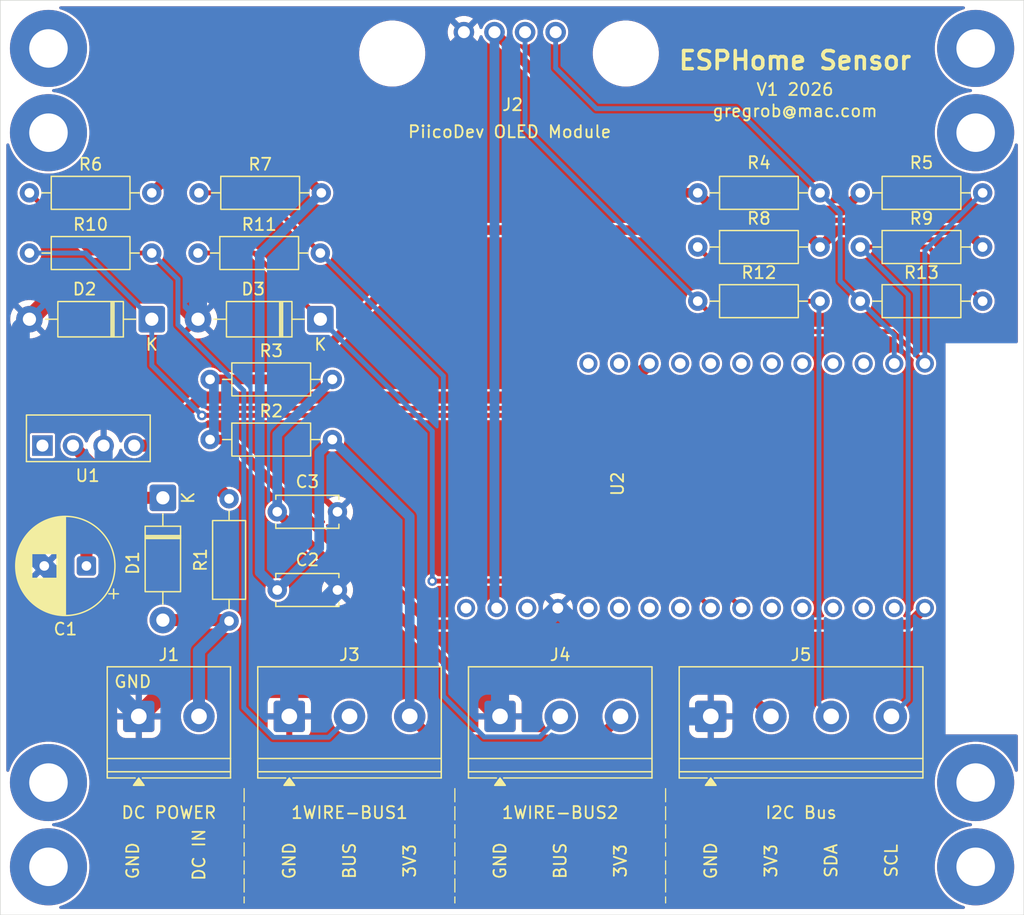
<source format=kicad_pcb>
(kicad_pcb (version 20241229) (generator "pcbnew") (generator_version "9.0")
  (layers (0 "F.Cu" signal) (2 "B.Cu" signal) (13 "F.Paste" user) (15 "B.Paste" user) (5 "F.SilkS" user "F.Silkscreen") (7 "B.SilkS" user "B.Silkscreen") (1 "F.Mask" user) (3 "B.Mask" user) (25 "Edge.Cuts" user))
  (net 0 "")
  (net 1 "/+BATT_PROT")
  (net 2 "GND")
  (net 3 "/+BATT")
  (net 4 "/SCL")
  (net 5 "+3V3")
  (net 6 "/SDA")
  (net 7 "+5V")
  (net 16 "/SDA_PROT")
  (net 25 "/3V3_PROT_1WIRE")
  (net 31 "/1WIRE_BUS1_PROT")
  (net 32 "/1WIRE_BUS2_PROT")
  (net 33 "/1WIRE_BUS1")
  (net 34 "/1WIRE_BUS2")
  (net 35 "/SCL_PROT")
  (net 36 "/3V3_PROT_I2C")
  (net 37 "/3V3_2")
  (footprint "MountingHole:MountingHole_3.2mm_M3_Pad" (layer "F.Cu") (at 127 50 -90)
    (property "Reference" "H2" (hide yes))
    (property "Value" "MountingHole_3.2mm_M3_Pad" (hide yes))
    (pad "1" thru_hole circle (at 0 0 270) (size 6.4 6.4) (drill 3.2) (layers "*.Cu" "*.Mask"))
  )
  (footprint "Resistor_THT:R_Axial_DIN0207_L6.3mm_D2.5mm_P10.16mm_Horizontal" (layer "F.Cu") (at 62.42 67)
    (property "Reference" "R11" (at 5.08 -2.37 0) (layer "F.SilkS"))
    (property "Value" "330R")
    (pad "1" thru_hole circle (at 0 0) (size 1.6 1.6) (drill 0.8) (layers "*.Cu" "*.Mask") (net 34 "/1WIRE_BUS2"))
    (pad "2" thru_hole circle (at 10.16 0) (size 1.6 1.6) (drill 0.8) (layers "*.Cu" "*.Mask") (net 32 "/1WIRE_BUS2_PROT"))
  )
  (footprint "Resistor_THT:R_Axial_DIN0207_L6.3mm_D2.5mm_P10.16mm_Horizontal" (layer "F.Cu") (at 48.42 62)
    (property "Reference" "R6" (at 5.08 -2.37 0) (layer "F.SilkS"))
    (property "Value" "4.7K")
    (pad "1" thru_hole circle (at 0 0) (size 1.6 1.6) (drill 0.8) (layers "*.Cu" "*.Mask") (net 31 "/1WIRE_BUS1_PROT"))
    (pad "2" thru_hole circle (at 10.16 0) (size 1.6 1.6) (drill 0.8) (layers "*.Cu" "*.Mask") (net 25 "/3V3_PROT_1WIRE"))
  )
  (footprint "Capacitor_THT:CP_Radial_D8.0mm_P3.50mm" (layer "F.Cu") (at 53.1527 93 180)
    (property "Reference" "C1" (at 1.75 -5.25 0) (layer "F.SilkS"))
    (property "Value" "C_Polarized")
    (pad "1" thru_hole roundrect (at 0 0 180) (size 1.6 1.6) (drill 0.8) (layers "*.Cu" "*.Mask") (roundrect_rratio 0.15625) (net 1 "/+BATT_PROT"))
    (pad "2" thru_hole circle (at 3.5 0 180) (size 1.6 1.6) (drill 0.8) (layers "*.Cu" "*.Mask") (net 2 "GND"))
  )
  (footprint "Capacitor_THT:C_Disc_D5.0mm_W2.5mm_P5.00mm" (layer "F.Cu") (at 69 88.5)
    (property "Reference" "C3" (at 2.5 -2.5 0) (layer "F.SilkS"))
    (property "Value" "100nF 50V")
    (pad "1" thru_hole circle (at 0 0) (size 1.6 1.6) (drill 0.8) (layers "*.Cu" "*.Mask") (net 36 "/3V3_PROT_I2C"))
    (pad "2" thru_hole circle (at 5 0) (size 1.6 1.6) (drill 0.8) (layers "*.Cu" "*.Mask") (net 2 "GND"))
  )
  (footprint "Resistor_THT:R_Axial_DIN0207_L6.3mm_D2.5mm_P10.16mm_Horizontal" (layer "F.Cu") (at 117.42 66.5)
    (property "Reference" "R9" (at 5.08 -2.37 0) (layer "F.SilkS"))
    (property "Value" "4.7K")
    (pad "1" thru_hole circle (at 0 0) (size 1.6 1.6) (drill 0.8) (layers "*.Cu" "*.Mask") (net 35 "/SCL_PROT"))
    (pad "2" thru_hole circle (at 10.16 0) (size 1.6 1.6) (drill 0.8) (layers "*.Cu" "*.Mask") (net 37 "/3V3_2"))
  )
  (footprint "MountingHole:MountingHole_3.2mm_M3_Pad" (layer "F.Cu") (at 50 118 -90)
    (property "Reference" "H3" (hide yes))
    (property "Value" "MountingHole_3.2mm_M3_Pad" (hide yes))
    (pad "1" thru_hole circle (at 0 0 270) (size 6.4 6.4) (drill 3.2) (layers "*.Cu" "*.Mask"))
  )
  (footprint "D24V5F5:D24V5F5" (layer "F.Cu") (at 49.5 83 90)
    (property "Reference" "U1" (at -2.5 3.75 180) (layer "F.SilkS"))
    (property "Value" "D24V5F5")
    (pad "1" thru_hole rect (at 0 0 90) (size 1.7 1.7) (drill 1) (layers "*.Cu" "*.Mask"))
    (pad "2" thru_hole oval (at 0 2.54 90) (size 1.7 1.7) (drill 1) (layers "*.Cu" "*.Mask") (net 1 "/+BATT_PROT"))
    (pad "3" thru_hole oval (at 0 5.08 90) (size 1.7 1.7) (drill 1) (layers "*.Cu" "*.Mask") (net 2 "GND"))
    (pad "4" thru_hole oval (at 0 7.62 90) (size 1.7 1.7) (drill 1) (layers "*.Cu" "*.Mask") (net 7 "+5V"))
  )
  (footprint "Resistor_THT:R_Axial_DIN0207_L6.3mm_D2.5mm_P10.16mm_Horizontal" (layer "F.Cu") (at 63.42 82.5)
    (property "Reference" "R2" (at 5.08 -2.37 0) (layer "F.SilkS"))
    (property "Value" "22R")
    (pad "1" thru_hole circle (at 0 0) (size 1.6 1.6) (drill 0.8) (layers "*.Cu" "*.Mask") (net 37 "/3V3_2"))
    (pad "2" thru_hole circle (at 10.16 0) (size 1.6 1.6) (drill 0.8) (layers "*.Cu" "*.Mask") (net 25 "/3V3_PROT_1WIRE"))
  )
  (footprint "Capacitor_THT:C_Disc_D5.0mm_W2.5mm_P5.00mm" (layer "F.Cu") (at 69 95)
    (property "Reference" "C2" (at 2.5 -2.5 0) (layer "F.SilkS"))
    (property "Value" "100nF 50V")
    (pad "1" thru_hole circle (at 0 0) (size 1.6 1.6) (drill 0.8) (layers "*.Cu" "*.Mask") (net 25 "/3V3_PROT_1WIRE"))
    (pad "2" thru_hole circle (at 5 0) (size 1.6 1.6) (drill 0.8) (layers "*.Cu" "*.Mask") (net 2 "GND"))
  )
  (footprint "MountingHole:MountingHole_3.2mm_M3_Pad" (layer "F.Cu") (at 127 118 -90)
    (property "Reference" "H4" (hide yes))
    (property "Value" "MountingHole_3.2mm_M3_Pad" (hide yes))
    (pad "1" thru_hole circle (at 0 0 270) (size 6.4 6.4) (drill 3.2) (layers "*.Cu" "*.Mask"))
  )
  (footprint "Resistor_THT:R_Axial_DIN0207_L6.3mm_D2.5mm_P10.16mm_Horizontal" (layer "F.Cu") (at 117.42 71)
    (property "Reference" "R13" (at 5.08 -2.37 0) (layer "F.SilkS"))
    (property "Value" "330R")
    (pad "1" thru_hole circle (at 0 0) (size 1.6 1.6) (drill 0.8) (layers "*.Cu" "*.Mask") (net 4 "/SCL"))
    (pad "2" thru_hole circle (at 10.16 0) (size 1.6 1.6) (drill 0.8) (layers "*.Cu" "*.Mask") (net 35 "/SCL_PROT"))
  )
  (footprint "Resistor_THT:R_Axial_DIN0207_L6.3mm_D2.5mm_P10.16mm_Horizontal" (layer "F.Cu") (at 65 97.58 90)
    (property "Reference" "R1" (at 5.08 -2.37 90) (layer "F.SilkS"))
    (property "Value" "0R*")
    (pad "1" thru_hole circle (at 0 0 90) (size 1.6 1.6) (drill 0.8) (layers "*.Cu" "*.Mask") (net 3 "/+BATT"))
    (pad "2" thru_hole circle (at 10.16 0 90) (size 1.6 1.6) (drill 0.8) (layers "*.Cu" "*.Mask") (net 7 "+5V"))
  )
  (footprint "MountingHole:MountingHole_3.2mm_M3_Pad" (layer "F.Cu") (at 50 50 -90)
    (property "Reference" "H1" (hide yes))
    (property "Value" "MountingHole_3.2mm_M3_Pad" (hide yes))
    (pad "1" thru_hole circle (at 0 0 270) (size 6.4 6.4) (drill 3.2) (layers "*.Cu" "*.Mask"))
  )
  (footprint "Resistor_THT:R_Axial_DIN0207_L6.3mm_D2.5mm_P10.16mm_Horizontal" (layer "F.Cu") (at 103.92 66.5)
    (property "Reference" "R8" (at 5.08 -2.37 0) (layer "F.SilkS"))
    (property "Value" "4.7K")
    (pad "1" thru_hole circle (at 0 0) (size 1.6 1.6) (drill 0.8) (layers "*.Cu" "*.Mask") (net 16 "/SDA_PROT"))
    (pad "2" thru_hole circle (at 10.16 0) (size 1.6 1.6) (drill 0.8) (layers "*.Cu" "*.Mask") (net 37 "/3V3_2"))
  )
  (footprint "Resistor_THT:R_Axial_DIN0207_L6.3mm_D2.5mm_P10.16mm_Horizontal" (layer "F.Cu") (at 127.58 62 180)
    (property "Reference" "R5" (at 5.08 2.5 0) (layer "F.SilkS"))
    (property "Value" "4.7K*")
    (pad "1" thru_hole circle (at 0 0 180) (size 1.6 1.6) (drill 0.8) (layers "*.Cu" "*.Mask") (net 6 "/SDA"))
    (pad "2" thru_hole circle (at 10.16 0 180) (size 1.6 1.6) (drill 0.8) (layers "*.Cu" "*.Mask") (net 5 "+3V3"))
  )
  (footprint "TerminalBlock_Phoenix:TerminalBlock_Phoenix_PT-1,5-4-5.0-H_1x04_P5.00mm_Horizontal" (layer "F.Cu") (at 105 105.5)
    (property "Reference" "J5" (at 7.5 -5.12 0) (layer "F.SilkS"))
    (property "Value" "I2C")
    (pad "1" thru_hole roundrect (at 0 0) (size 2.6 2.6) (drill 1.3) (layers "*.Cu" "*.Mask") (roundrect_rratio 0.096154) (net 2 "GND"))
    (pad "2" thru_hole circle (at 5 0) (size 2.6 2.6) (drill 1.3) (layers "*.Cu" "*.Mask") (net 36 "/3V3_PROT_I2C"))
    (pad "3" thru_hole circle (at 10 0) (size 2.6 2.6) (drill 1.3) (layers "*.Cu" "*.Mask") (net 16 "/SDA_PROT"))
    (pad "4" thru_hole circle (at 15 0) (size 2.6 2.6) (drill 1.3) (layers "*.Cu" "*.Mask") (net 35 "/SCL_PROT"))
  )
  (footprint "MountingHole:MountingHole_3.2mm_M3_Pad" (layer "F.Cu") (at 50 57 -90)
    (property "Reference" "H5" (hide yes))
    (property "Value" "MountingHole_3.2mm_M3_Pad" (hide yes))
    (pad "1" thru_hole circle (at 0 0 270) (size 6.4 6.4) (drill 3.2) (layers "*.Cu" "*.Mask"))
  )
  (footprint "Resistor_THT:R_Axial_DIN0207_L6.3mm_D2.5mm_P10.16mm_Horizontal" (layer "F.Cu") (at 63.42 77.5)
    (property "Reference" "R3" (at 5.08 -2.37 0) (layer "F.SilkS"))
    (property "Value" "0R")
    (pad "1" thru_hole circle (at 0 0) (size 1.6 1.6) (drill 0.8) (layers "*.Cu" "*.Mask") (net 37 "/3V3_2"))
    (pad "2" thru_hole circle (at 10.16 0) (size 1.6 1.6) (drill 0.8) (layers "*.Cu" "*.Mask") (net 36 "/3V3_PROT_I2C"))
  )
  (footprint "Resistor_THT:R_Axial_DIN0207_L6.3mm_D2.5mm_P10.16mm_Horizontal" (layer "F.Cu") (at 62.5 62)
    (property "Reference" "R7" (at 5.08 -2.37 0) (layer "F.SilkS"))
    (property "Value" "4.7K")
    (pad "1" thru_hole circle (at 0 0) (size 1.6 1.6) (drill 0.8) (layers "*.Cu" "*.Mask") (net 32 "/1WIRE_BUS2_PROT"))
    (pad "2" thru_hole circle (at 10.16 0) (size 1.6 1.6) (drill 0.8) (layers "*.Cu" "*.Mask") (net 25 "/3V3_PROT_1WIRE"))
  )
  (footprint "Diode_THT:D_DO-41_SOD81_P10.16mm_Horizontal" (layer "F.Cu") (at 59.5 87.34 -90)
    (property "Reference" "D1" (at 5.41 2.5 90) (layer "F.SilkS"))
    (property "Value" "1N4007")
    (fp_text user "K" (at 0 -2.1 90) (layer "F.SilkS"))
    (pad "1" thru_hole roundrect (at 0 0 270) (size 2.2 2.2) (drill 1.1) (layers "*.Cu" "*.Mask") (roundrect_rratio 0.113636) (net 1 "/+BATT_PROT"))
    (pad "2" thru_hole circle (at 10.16 0 270) (size 2.2 2.2) (drill 1.1) (layers "*.Cu" "*.Mask") (net 3 "/+BATT"))
  )
  (footprint "PiicoDev_OLED_Module:PiicoDev_OLED_Module" (layer "F.Cu") (at 78.547 50.424)
    (property "Reference" "J2" (at 10 4.25 0) (layer "F.SilkS"))
    (property "Value" "OLED")
    (fp_text user "PiicoDev OLED Module" (at 9.75 6.5 0) (layer "F.SilkS"))
    (pad "" np_thru_hole circle (at 0 0) (size 2.5 2.5) (drill 2.5) (layers "*.Cu" "*.Mask") (clearance 1.5))
    (pad "" np_thru_hole circle (at 19.4 0 270) (size 2.5 2.5) (drill 2.5) (layers "*.Cu" "*.Mask") (clearance 1.5))
    (pad "1" thru_hole circle (at 5.953 -1.778 270) (size 1.7 1.7) (drill 1) (layers "*.Cu" "*.Mask") (net 2 "GND"))
    (pad "2" thru_hole oval (at 8.493 -1.778 270) (size 1.7 1.7) (drill 1) (layers "*.Cu" "*.Mask") (net 5 "+3V3"))
    (pad "3" thru_hole oval (at 11.033 -1.778 270) (size 1.7 1.7) (drill 1) (layers "*.Cu" "*.Mask") (net 6 "/SDA"))
    (pad "4" thru_hole oval (at 13.573 -1.778 270) (size 1.7 1.7) (drill 1) (layers "*.Cu" "*.Mask") (net 4 "/SCL"))
  )
  (footprint "MountingHole:MountingHole_3.2mm_M3_Pad" (layer "F.Cu") (at 50 111 -90)
    (property "Reference" "H7" (hide yes))
    (property "Value" "MountingHole_3.2mm_M3_Pad" (hide yes))
    (pad "1" thru_hole circle (at 0 0 270) (size 6.4 6.4) (drill 3.2) (layers "*.Cu" "*.Mask"))
  )
  (footprint "FeatherS3D:FeatherS3D" (layer "F.Cu") (at 102.66 86.18 90)
    (property "Reference" "U2" (at 0 -5.4 90) (layer "F.SilkS"))
    (property "Value" "FeatherS3D")
    (pad "1" thru_hole circle (at 10 -7.82 90) (size 1.5 1.5) (drill 0.9) (layers "*.Cu" "*.Mask"))
    (pad "2" thru_hole circle (at 10 -5.28 90) (size 1.5 1.5) (drill 0.9) (layers "*.Cu" "*.Mask"))
    (pad "3" thru_hole circle (at 10 -2.74 90) (size 1.5 1.5) (drill 0.9) (layers "*.Cu" "*.Mask") (net 7 "+5V"))
    (pad "4" thru_hole circle (at 10 -0.2 90) (size 1.5 1.5) (drill 0.9) (layers "*.Cu" "*.Mask"))
    (pad "5" thru_hole circle (at 10 2.34 90) (size 1.5 1.5) (drill 0.9) (layers "*.Cu" "*.Mask"))
    (pad "6" thru_hole circle (at 10 4.88 90) (size 1.5 1.5) (drill 0.9) (layers "*.Cu" "*.Mask"))
    (pad "7" thru_hole circle (at 10 7.42 90) (size 1.5 1.5) (drill 0.9) (layers "*.Cu" "*.Mask"))
    (pad "8" thru_hole circle (at 10 9.96 90) (size 1.5 1.5) (drill 0.9) (layers "*.Cu" "*.Mask"))
    (pad "9" thru_hole circle (at 10 12.5 90) (size 1.5 1.5) (drill 0.9) (layers "*.Cu" "*.Mask"))
    (pad "10" thru_hole circle (at 10 15.04 90) (size 1.5 1.5) (drill 0.9) (layers "*.Cu" "*.Mask"))
    (pad "11" thru_hole circle (at 10 17.58 90) (size 1.5 1.5) (drill 0.9) (layers "*.Cu" "*.Mask") (net 4 "/SCL"))
    (pad "12" thru_hole circle (at 10 20.12 90) (size 1.5 1.5) (drill 0.9) (layers "*.Cu" "*.Mask") (net 6 "/SDA"))
    (pad "13" thru_hole circle (at -10.32 20.12 270) (size 1.5 1.5) (drill 0.9) (layers "*.Cu" "*.Mask") (net 37 "/3V3_2"))
    (pad "14" thru_hole circle (at -10.32 17.58 270) (size 1.5 1.5) (drill 0.9) (layers "*.Cu" "*.Mask"))
    (pad "15" thru_hole circle (at -10.32 15.04 270) (size 1.5 1.5) (drill 0.9) (layers "*.Cu" "*.Mask"))
    (pad "16" thru_hole circle (at -10.32 12.5 270) (size 1.5 1.5) (drill 0.9) (layers "*.Cu" "*.Mask"))
    (pad "17" thru_hole circle (at -10.32 9.96 270) (size 1.5 1.5) (drill 0.9) (layers "*.Cu" "*.Mask"))
    (pad "18" thru_hole circle (at -10.32 7.42 270) (size 1.5 1.5) (drill 0.9) (layers "*.Cu" "*.Mask"))
    (pad "19" thru_hole circle (at -10.32 4.88 270) (size 1.5 1.5) (drill 0.9) (layers "*.Cu" "*.Mask") (net 33 "/1WIRE_BUS1"))
    (pad "20" thru_hole circle (at -10.32 2.34 270) (size 1.5 1.5) (drill 0.9) (layers "*.Cu" "*.Mask") (net 34 "/1WIRE_BUS2"))
    (pad "21" thru_hole circle (at -10.32 -0.2 270) (size 1.5 1.5) (drill 0.9) (layers "*.Cu" "*.Mask"))
    (pad "22" thru_hole circle (at -10.32 -2.74 270) (size 1.5 1.5) (drill 0.9) (layers "*.Cu" "*.Mask"))
    (pad "23" thru_hole circle (at -10.32 -5.28 270) (size 1.5 1.5) (drill 0.9) (layers "*.Cu" "*.Mask"))
    (pad "24" thru_hole circle (at -10.32 -7.82 270) (size 1.5 1.5) (drill 0.9) (layers "*.Cu" "*.Mask"))
    (pad "25" thru_hole circle (at -10.32 -10.36 270) (size 1.5 1.5) (drill 0.9) (layers "*.Cu" "*.Mask") (net 2 "GND"))
    (pad "26" thru_hole circle (at -10.32 -12.9 270) (size 1.5 1.5) (drill 0.9) (layers "*.Cu" "*.Mask"))
    (pad "27" thru_hole circle (at -10.32 -15.44 270) (size 1.5 1.5) (drill 0.9) (layers "*.Cu" "*.Mask") (net 5 "+3V3"))
    (pad "28" thru_hole circle (at -10.32 -17.98 270) (size 1.5 1.5) (drill 0.9) (layers "*.Cu" "*.Mask"))
  )
  (footprint "MountingHole:MountingHole_3.2mm_M3_Pad" (layer "F.Cu") (at 127 57 -90)
    (property "Reference" "H6" (hide yes))
    (property "Value" "MountingHole_3.2mm_M3_Pad" (hide yes))
    (pad "1" thru_hole circle (at 0 0 270) (size 6.4 6.4) (drill 3.2) (layers "*.Cu" "*.Mask"))
  )
  (footprint "Resistor_THT:R_Axial_DIN0207_L6.3mm_D2.5mm_P10.16mm_Horizontal" (layer "F.Cu") (at 103.92 71)
    (property "Reference" "R12" (at 5.08 -2.37 0) (layer "F.SilkS"))
    (property "Value" "330R")
    (pad "1" thru_hole circle (at 0 0) (size 1.6 1.6) (drill 0.8) (layers "*.Cu" "*.Mask") (net 6 "/SDA"))
    (pad "2" thru_hole circle (at 10.16 0) (size 1.6 1.6) (drill 0.8) (layers "*.Cu" "*.Mask") (net 16 "/SDA_PROT"))
  )
  (footprint "Resistor_THT:R_Axial_DIN0207_L6.3mm_D2.5mm_P10.16mm_Horizontal" (layer "F.Cu") (at 48.42 67)
    (property "Reference" "R10" (at 5.08 -2.37 0) (layer "F.SilkS"))
    (property "Value" "330R")
    (pad "1" thru_hole circle (at 0 0) (size 1.6 1.6) (drill 0.8) (layers "*.Cu" "*.Mask") (net 33 "/1WIRE_BUS1"))
    (pad "2" thru_hole circle (at 10.16 0) (size 1.6 1.6) (drill 0.8) (layers "*.Cu" "*.Mask") (net 31 "/1WIRE_BUS1_PROT"))
  )
  (footprint "TerminalBlock_Phoenix:TerminalBlock_Phoenix_PT-1,5-3-5.0-H_1x03_P5.00mm_Horizontal" (layer "F.Cu") (at 70 105.5)
    (property "Reference" "J3" (at 5 -5.12 0) (layer "F.SilkS"))
    (property "Value" "1WIRE-BUS1")
    (pad "1" thru_hole roundrect (at 0 0) (size 2.6 2.6) (drill 1.3) (layers "*.Cu" "*.Mask") (roundrect_rratio 0.096154) (net 2 "GND"))
    (pad "2" thru_hole circle (at 5 0) (size 2.6 2.6) (drill 1.3) (layers "*.Cu" "*.Mask") (net 31 "/1WIRE_BUS1_PROT"))
    (pad "3" thru_hole circle (at 10 0) (size 2.6 2.6) (drill 1.3) (layers "*.Cu" "*.Mask") (net 25 "/3V3_PROT_1WIRE"))
  )
  (footprint "TerminalBlock_Phoenix:TerminalBlock_Phoenix_PT-1,5-3-5.0-H_1x03_P5.00mm_Horizontal" (layer "F.Cu") (at 87.5 105.5)
    (property "Reference" "J4" (at 5 -5.12 0) (layer "F.SilkS"))
    (property "Value" "1WIRE-BUS2")
    (pad "1" thru_hole roundrect (at 0 0) (size 2.6 2.6) (drill 1.3) (layers "*.Cu" "*.Mask") (roundrect_rratio 0.096154) (net 2 "GND"))
    (pad "2" thru_hole circle (at 5 0) (size 2.6 2.6) (drill 1.3) (layers "*.Cu" "*.Mask") (net 32 "/1WIRE_BUS2_PROT"))
    (pad "3" thru_hole circle (at 10 0) (size 2.6 2.6) (drill 1.3) (layers "*.Cu" "*.Mask") (net 25 "/3V3_PROT_1WIRE"))
  )
  (footprint "Diode_THT:D_DO-41_SOD81_P10.16mm_Horizontal" (layer "F.Cu") (at 72.58 72.5 180)
    (property "Reference" "D3" (at 5.58 2.5 0) (layer "F.SilkS"))
    (property "Value" "1N4729A*")
    (fp_text user "K" (at 0 -2.1 0) (layer "F.SilkS"))
    (pad "1" thru_hole roundrect (at 0 0 180) (size 2.2 2.2) (drill 1.1) (layers "*.Cu" "*.Mask") (roundrect_rratio 0.113636) (net 34 "/1WIRE_BUS2"))
    (pad "2" thru_hole circle (at 10.16 0 180) (size 2.2 2.2) (drill 1.1) (layers "*.Cu" "*.Mask") (net 2 "GND"))
  )
  (footprint "MountingHole:MountingHole_3.2mm_M3_Pad" (layer "F.Cu") (at 127 111 -90)
    (property "Reference" "H8" (hide yes))
    (property "Value" "MountingHole_3.2mm_M3_Pad" (hide yes))
    (pad "1" thru_hole circle (at 0 0 270) (size 6.4 6.4) (drill 3.2) (layers "*.Cu" "*.Mask"))
  )
  (footprint "Resistor_THT:R_Axial_DIN0207_L6.3mm_D2.5mm_P10.16mm_Horizontal" (layer "F.Cu") (at 114.08 62 180)
    (property "Reference" "R4" (at 5.08 2.5 0) (layer "F.SilkS"))
    (property "Value" "4.7K*")
    (pad "1" thru_hole circle (at 0 0 180) (size 1.6 1.6) (drill 0.8) (layers "*.Cu" "*.Mask") (net 4 "/SCL"))
    (pad "2" thru_hole circle (at 10.16 0 180) (size 1.6 1.6) (drill 0.8) (layers "*.Cu" "*.Mask") (net 5 "+3V3"))
  )
  (footprint "Diode_THT:D_DO-41_SOD81_P10.16mm_Horizontal" (layer "F.Cu") (at 58.58 72.5 180)
    (property "Reference" "D2" (at 5.58 2.5 0) (layer "F.SilkS"))
    (property "Value" "1N4729A*")
    (fp_text user "K" (at 0 -2.1 0) (layer "F.SilkS"))
    (pad "1" thru_hole roundrect (at 0 0 180) (size 2.2 2.2) (drill 1.1) (layers "*.Cu" "*.Mask") (roundrect_rratio 0.113636) (net 33 "/1WIRE_BUS1"))
    (pad "2" thru_hole circle (at 10.16 0 180) (size 2.2 2.2) (drill 1.1) (layers "*.Cu" "*.Mask") (net 2 "GND"))
  )
  (footprint "TerminalBlock_Phoenix:TerminalBlock_Phoenix_PT-1,5-2-5.0-H_1x02_P5.00mm_Horizontal" (layer "F.Cu") (at 57.5 105.5)
    (property "Reference" "J1" (at 2.5 -5.12 0) (layer "F.SilkS"))
    (property "Value" "DC POWER IN")
    (pad "1" thru_hole roundrect (at 0 0) (size 2.6 2.6) (drill 1.3) (layers "*.Cu" "*.Mask") (roundrect_rratio 0.096154) (net 2 "GND"))
    (pad "2" thru_hole circle (at 5 0) (size 2.6 2.6) (drill 1.3) (layers "*.Cu" "*.Mask") (net 3 "/+BATT"))
  )
  (gr_line (start 83.75 111.5) (end 83.75 121) (stroke (width 0.1) (type dash)) (layer "F.SilkS"))
  (gr_line (start 101.25 111.5) (end 101.25 121) (stroke (width 0.1) (type dash)) (layer "F.SilkS"))
  (gr_line (start 66.25 111.5) (end 66.25 121) (stroke (width 0.1) (type dash)) (layer "F.SilkS"))
  (gr_line (start 46 122) (end 131 122) (stroke (width 0.05)) (layer "Edge.Cuts"))
  (gr_line (start 46 46) (end 46 122) (stroke (width 0.05)) (layer "Edge.Cuts"))
  (gr_line (start 131 46) (end 131 122) (stroke (width 0.05)) (layer "Edge.Cuts"))
  (gr_line (start 46 46) (end 131 46) (stroke (width 0.05)) (layer "Edge.Cuts"))
  (gr_text "DC POWER" (at 60 113.5 0) (layer "F.SilkS") (effects (font (size 1 1))))
  (gr_text "3V3" (at 110 117.5 90) (layer "F.SilkS") (effects (font (size 1 1))))
  (gr_text "GND" (at 57 117.5 90) (layer "F.SilkS") (effects (font (size 1 1))))
  (gr_text "SDA" (at 115 117.5 90) (layer "F.SilkS") (effects (font (size 1 1))))
  (gr_text "1WIRE-BUS2" (at 92.5 113.5 0) (layer "F.SilkS") (effects (font (size 1 1))))
  (gr_text "DC IN" (at 62.5 117 90) (layer "F.SilkS") (effects (font (size 1 1))))
  (gr_text "3V3" (at 80 117.5 90) (layer "F.SilkS") (effects (font (size 1 1))))
  (gr_text "SCL" (at 120 117.5 90) (layer "F.SilkS") (effects (font (size 1 1))))
  (gr_text "gregrob@mac.com" (at 112 55.191 0) (layer "F.SilkS") (effects (font (size 1 1))))
  (gr_text "GND" (at 57 102.62 0) (layer "F.SilkS") (effects (font (size 1 1))))
  (gr_text "V1 2026" (at 112 53.413 0) (layer "F.SilkS") (effects (font (size 1 1))))
  (gr_text "ESPHome Sensor" (at 112 51 0) (layer "F.SilkS") (effects (font (size 1.5 1.5) (thickness 0.3) (bold yes))))
  (gr_text "BUS" (at 92.5 117.5 90) (layer "F.SilkS") (effects (font (size 1 1))))
  (gr_text "3V3" (at 97.5 117.5 90) (layer "F.SilkS") (effects (font (size 1 1))))
  (gr_text "GND" (at 70 117.5 90) (layer "F.SilkS") (effects (font (size 1 1))))
  (gr_text "1WIRE-BUS1" (at 75 113.5 0) (layer "F.SilkS") (effects (font (size 1 1))))
  (gr_text "BUS" (at 75 117.5 90) (layer "F.SilkS") (effects (font (size 1 1))))
  (gr_text "I2C Bus" (at 112.5 113.5 0) (layer "F.SilkS") (effects (font (size 1 1))))
  (gr_text "GND" (at 105 117.5 90) (layer "F.SilkS") (effects (font (size 1 1))))
  (gr_text "GND" (at 87.5 117.5 90) (layer "F.SilkS") (effects (font (size 1 1))))
  (segment (start 53.1527 90.8473) (end 53.1527 93) (width 1) (layer "F.Cu") (net 1))
  (segment (start 56.38 87.34) (end 52.04 83) (width 1) (layer "F.Cu") (net 1))
  (segment (start 56.38 87.62) (end 53.1527 90.8473) (width 1) (layer "F.Cu") (net 1))
  (segment (start 59.5 87.34) (end 56.38 87.34) (width 1) (layer "F.Cu") (net 1))
  (segment (start 56.38 87.34) (end 56.38 87.62) (width 1) (layer "F.Cu") (net 1))
  (segment (start 60.3444 70.4244) (end 50.4956 70.4244) (width 1.5) (layer "F.Cu") (net 2))
  (segment (start 70 103.2205) (end 85.2205 103.2205) (width 1.5) (layer "F.Cu") (net 2))
  (segment (start 59.7795 103.2205) (end 57.5 105.5) (width 1.5) (layer "F.Cu") (net 2))
  (segment (start 70 103.2205) (end 59.7795 103.2205) (width 1.5) (layer "F.Cu") (net 2))
  (segment (start 85.2205 103.2205) (end 87.5 105.5) (width 1.5) (layer "F.Cu") (net 2))
  (segment (start 70 105.5) (end 70 103.2205) (width 1.5) (layer "F.Cu") (net 2))
  (segment (start 62.42 72.5) (end 60.3444 70.4244) (width 1.5) (layer "F.Cu") (net 2))
  (segment (start 50.4956 70.4244) (end 48.42 72.5) (width 1.5) (layer "F.Cu") (net 2))
  (segment (start 54.58 84.8017) (end 54.9533 85.175) (width 1.5) (layer "B.Cu") (net 2))
  (segment (start 47.6983 91.0456) (end 47.6983 73.2217) (width 1.5) (layer "B.Cu") (net 2))
  (segment (start 49.6527 93) (end 47.6983 91.0456) (width 1.5) (layer "B.Cu") (net 2))
  (segment (start 80.5 55) (end 84.5 51) (width 1.5) (layer "B.Cu") (net 2))
  (segment (start 87.5 101.3) (end 92.3 96.5) (width 1.5) (layer "B.Cu") (net 2))
  (segment (start 87.5 105.5) (end 87.5 101.3) (width 1.5) (layer "B.Cu") (net 2))
  (segment (start 62.42 72.5) (end 62.42 69.763712) (width 1.5) (layer "B.Cu") (net 2))
  (segment (start 101.3 105.5) (end 92.3 96.5) (width 1.5) (layer "B.Cu") (net 2))
  (segment (start 77.183712 55) (end 80.5 55) (width 1.5) (layer "B.Cu") (net 2))
  (segment (start 54.9533 94.7598) (end 54.9533 102.9533) (width 1.5) (layer "B.Cu") (net 2))
  (segment (start 54.9533 85.175) (end 54.9533 94.7598) (width 1.5) (layer "B.Cu") (net 2))
  (segment (start 74 95) (end 74 88.5) (width 1.5) (layer "B.Cu") (net 2))
  (segment (start 105 105.5) (end 101.3 105.5) (width 1.5) (layer "B.Cu") (net 2))
  (segment (start 70 105.5) (end 70 99) (width 1.5) (layer "B.Cu") (net 2))
  (segment (start 62.42 69.763712) (end 77.183712 55) (width 1.5) (layer "B.Cu") (net 2))
  (segment (start 54.58 83) (end 54.58 84.8017) (width 1.5) (layer "B.Cu") (net 2))
  (segment (start 84.5 51) (end 84.5 48.646) (width 1.5) (layer "B.Cu") (net 2))
  (segment (start 54.9533 102.9533) (end 57.5 105.5) (width 1.5) (layer "B.Cu") (net 2))
  (segment (start 47.6983 73.2217) (end 48.42 72.5) (width 1.5) (layer "B.Cu") (net 2))
  (segment (start 51.4125 94.7598) (end 54.9533 94.7598) (width 1.5) (layer "B.Cu") (net 2))
  (segment (start 70 99) (end 74 95) (width 1.5) (layer "B.Cu") (net 2))
  (segment (start 49.6527 93) (end 51.4125 94.7598) (width 1.5) (layer "B.Cu") (net 2))
  (segment (start 64.92 97.5) (end 65 97.58) (width 1) (layer "F.Cu") (net 3))
  (segment (start 59.5 97.5) (end 64.92 97.5) (width 1) (layer "F.Cu") (net 3))
  (segment (start 62.5 105.5) (end 62.5 100.08) (width 1) (layer "B.Cu") (net 3))
  (segment (start 62.5 100.08) (end 65 97.58) (width 1) (layer "B.Cu") (net 3))
  (segment (start 120.24 73.82) (end 120.24 76.18) (width 0.4) (layer "B.Cu") (net 4))
  (segment (start 107.08 55) (end 95.5 55) (width 0.4) (layer "B.Cu") (net 4))
  (segment (start 95.5 55) (end 92.12 51.62) (width 0.4) (layer "B.Cu") (net 4))
  (segment (start 115.75 63.67) (end 115.75 69.33) (width 0.4) (layer "B.Cu") (net 4))
  (segment (start 117.42 71) (end 120.24 73.82) (width 0.4) (layer "B.Cu") (net 4))
  (segment (start 115.75 69.33) (end 117.42 71) (width 0.4) (layer "B.Cu") (net 4))
  (segment (start 114.08 62) (end 107.08 55) (width 0.4) (layer "B.Cu") (net 4))
  (segment (start 92.12 51.62) (end 92.12 48.646) (width 0.4) (layer "B.Cu") (net 4))
  (segment (start 114.08 62) (end 115.75 63.67) (width 0.4) (layer "B.Cu") (net 4))
  (segment (start 100.394 62) (end 87.04 48.646) (width 0.8) (layer "F.Cu") (net 5))
  (segment (start 103.92 62) (end 100.394 62) (width 0.8) (layer "F.Cu") (net 5))
  (segment (start 103.92 62) (end 105.382 63.462) (width 0.8) (layer "F.Cu") (net 5))
  (segment (start 115.958 63.462) (end 117.42 62) (width 0.8) (layer "F.Cu") (net 5))
  (segment (start 105.382 63.462) (end 115.958 63.462) (width 0.8) (layer "F.Cu") (net 5))
  (segment (start 87.04 96.32) (end 87.04 48.646) (width 0.8) (layer "B.Cu") (net 5))
  (segment (start 87.22 96.5) (end 87.04 96.32) (width 0.8) (layer "B.Cu") (net 5))
  (segment (start 106.4472 73.5272) (end 103.92 71) (width 0.4) (layer "F.Cu") (net 6))
  (segment (start 120.1272 73.5272) (end 106.4472 73.5272) (width 0.4) (layer "F.Cu") (net 6))
  (segment (start 122.78 76.18) (end 120.1272 73.5272) (width 0.4) (layer "F.Cu") (net 6))
  (segment (start 103.92 71) (end 89.58 56.66) (width 0.4) (layer "B.Cu") (net 6))
  (segment (start 122.78 66.8) (end 122.78 76.18) (width 0.4) (layer "B.Cu") (net 6))
  (segment (start 89.58 56.66) (end 89.58 48.646) (width 0.4) (layer "B.Cu") (net 6))
  (segment (start 127.58 62) (end 122.78 66.8) (width 0.4) (layer "B.Cu") (net 6))
  (segment (start 57.12 83) (end 58.6717 83) (width 1) (layer "F.Cu") (net 7))
  (segment (start 99.92 76.18) (end 97.094 79.006) (width 1) (layer "F.Cu") (net 7))
  (segment (start 62.6657 79.006) (end 58.6717 83) (width 1) (layer "F.Cu") (net 7))
  (segment (start 65 87.42) (end 60.58 83) (width 1) (layer "F.Cu") (net 7))
  (segment (start 60.58 83) (end 58.6717 83) (width 1) (layer "F.Cu") (net 7))
  (segment (start 97.094 79.006) (end 62.6657 79.006) (width 1) (layer "F.Cu") (net 7))
  (segment (start 108.42 71) (end 114.08 71) (width 0.4) (layer "F.Cu") (net 16))
  (segment (start 103.92 66.5) (end 108.42 71) (width 0.4) (layer "F.Cu") (net 16))
  (segment (start 115 105.5) (end 113.985 104.485) (width 0.4) (layer "B.Cu") (net 16))
  (segment (start 113.985 104.485) (end 113.985 71.095) (width 0.4) (layer "B.Cu") (net 16))
  (segment (start 113.985 71.095) (end 114.08 71) (width 0.4) (layer "B.Cu") (net 16))
  (segment (start 72.66 62) (end 71.2019 60.5419) (width 0.8) (layer "F.Cu") (net 25))
  (segment (start 80 105.5) (end 81.9116 107.4116) (width 0.8) (layer "F.Cu") (net 25))
  (segment (start 60.0381 60.5419) (end 58.58 62) (width 0.8) (layer "F.Cu") (net 25))
  (segment (start 71.2019 60.5419) (end 60.0381 60.5419) (width 0.8) (layer "F.Cu") (net 25))
  (segment (start 81.9116 107.4116) (end 95.5884 107.4116) (width 0.8) (layer "F.Cu") (net 25))
  (segment (start 95.5884 107.4116) (end 97.5 105.5) (width 0.8) (layer "F.Cu") (net 25))
  (segment (start 69 95) (end 67.5456 93.5456) (width 0.8) (layer "B.Cu") (net 25))
  (segment (start 73.58 82.5) (end 80 88.92) (width 0.8) (layer "B.Cu") (net 25))
  (segment (start 67.5456 93.5456) (end 67.5456 67.1144) (width 0.8) (layer "B.Cu") (net 25))
  (segment (start 67.5456 67.1144) (end 72.66 62) (width 0.8) (layer "B.Cu") (net 25))
  (segment (start 80 88.92) (end 80 105.5) (width 0.8) (layer "B.Cu") (net 25))
  (segment (start 72.4863 91.5137) (end 72.4863 83.5937) (width 0.8) (layer "B.Cu") (net 25))
  (segment (start 69 95) (end 72.4863 91.5137) (width 0.8) (layer "B.Cu") (net 25))
  (segment (start 72.4863 83.5937) (end 73.58 82.5) (width 0.8) (layer "B.Cu") (net 25))
  (segment (start 48.42 62) (end 53.42 67) (width 0.4) (layer "F.Cu") (net 31))
  (segment (start 53.42 67) (end 58.58 67) (width 0.4) (layer "F.Cu") (net 31))
  (segment (start 73.2612 107.2388) (end 75 105.5) (width 0.4) (layer "B.Cu") (net 31))
  (segment (start 58.58 67) (end 60.7496 69.1696) (width 0.4) (layer "B.Cu") (net 31))
  (segment (start 66.221 78.4279) (end 66.221 104.7781) (width 0.4) (layer "B.Cu") (net 31))
  (segment (start 68.6817 107.2388) (end 73.2612 107.2388) (width 0.4) (layer "B.Cu") (net 31))
  (segment (start 60.7496 72.9565) (end 66.221 78.4279) (width 0.4) (layer "B.Cu") (net 31))
  (segment (start 60.7496 69.1696) (end 60.7496 72.9565) (width 0.4) (layer "B.Cu") (net 31))
  (segment (start 66.221 104.7781) (end 68.6817 107.2388) (width 0.4) (layer "B.Cu") (net 31))
  (segment (start 67.58 62) (end 62.5 62) (width 0.4) (layer "F.Cu") (net 32))
  (segment (start 72.58 67) (end 67.58 62) (width 0.4) (layer "F.Cu") (net 32))
  (segment (start 90.7938 107.2062) (end 86.1823 107.2062) (width 0.4) (layer "B.Cu") (net 32))
  (segment (start 86.1823 107.2062) (end 82.7964 103.8203) (width 0.4) (layer "B.Cu") (net 32))
  (segment (start 92.5 105.5) (end 90.7938 107.2062) (width 0.4) (layer "B.Cu") (net 32))
  (segment (start 82.7964 77.2164) (end 72.58 67) (width 0.4) (layer "B.Cu") (net 32))
  (segment (start 82.7964 103.8203) (end 82.7964 77.2164) (width 0.4) (layer "B.Cu") (net 32))
  (segment (start 91.5345 80.4945) (end 107.54 96.5) (width 0.4) (layer "F.Cu") (net 33))
  (segment (start 62.7393 80.4945) (end 91.5345 80.4945) (width 0.4) (layer "F.Cu") (net 33))
  (via (at 62.7393 80.4945) (size 0.8) (drill 0.4) (layers "F.Cu" "B.Cu") (net 33))
  (segment (start 58.58 72.5) (end 58.58 76.3352) (width 0.4) (layer "B.Cu") (net 33))
  (segment (start 58.58 76.3352) (end 62.7393 80.4945) (width 0.4) (layer "B.Cu") (net 33))
  (segment (start 53.08 67) (end 48.42 67) (width 0.4) (layer "B.Cu") (net 33))
  (segment (start 58.58 72.5) (end 53.08 67) (width 0.4) (layer "B.Cu") (net 33))
  (segment (start 102.7574 94.2574) (end 105 96.5) (width 0.4) (layer "F.Cu") (net 34))
  (segment (start 67.08 67) (end 72.58 72.5) (width 0.4) (layer "F.Cu") (net 34))
  (segment (start 81.8762 94.2574) (end 102.7574 94.2574) (width 0.4) (layer "F.Cu") (net 34))
  (segment (start 62.42 67) (end 67.08 67) (width 0.4) (layer "F.Cu") (net 34))
  (via (at 81.8762 94.2574) (size 0.8) (drill 0.4) (layers "F.Cu" "B.Cu") (net 34))
  (segment (start 72.58 72.5) (end 81.8762 81.7962) (width 0.4) (layer "B.Cu") (net 34))
  (segment (start 81.8762 81.7962) (end 81.8762 94.2574) (width 0.4) (layer "B.Cu") (net 34))
  (segment (start 127.58 71) (end 123.08 66.5) (width 0.4) (layer "F.Cu") (net 35))
  (segment (start 123.08 66.5) (end 117.42 66.5) (width 0.4) (layer "F.Cu") (net 35))
  (segment (start 121.3931 70.4731) (end 117.42 66.5) (width 0.4) (layer "B.Cu") (net 35))
  (segment (start 121.3931 104.1069) (end 121.3931 70.4731) (width 0.4) (layer "B.Cu") (net 35))
  (segment (start 120 105.5) (end 121.3931 104.1069) (width 0.4) (layer "B.Cu") (net 35))
  (segment (start 106.3688 101.8688) (end 83.8542 101.8688) (width 0.8) (layer "F.Cu") (net 36))
  (segment (start 74.5403 92.5549) (end 73.0549 92.5549) (width 0.8) (layer "F.Cu") (net 36))
  (segment (start 110 105.5) (end 106.3688 101.8688) (width 0.8) (layer "F.Cu") (net 36))
  (segment (start 73.0549 92.5549) (end 69 88.5) (width 0.8) (layer "F.Cu") (net 36))
  (segment (start 83.8542 101.8688) (end 74.5403 92.5549) (width 0.8) (layer "F.Cu") (net 36))
  (segment (start 69 82.08) (end 73.58 77.5) (width 0.8) (layer "B.Cu") (net 36))
  (segment (start 69 88.5) (end 69 82.08) (width 0.8) (layer "B.Cu") (net 36))
  (segment (start 81.7742 97.8722) (end 75.1015 91.1995) (width 0.8) (layer "F.Cu") (net 37))
  (segment (start 75.1015 91.1995) (end 73.6849 91.1995) (width 0.8) (layer "F.Cu") (net 37))
  (segment (start 64.9854 82.5) (end 63.42 82.5) (width 0.8) (layer "F.Cu") (net 37))
  (segment (start 127.58 66.5) (end 126.1783 65.0983) (width 0.8) (layer "F.Cu") (net 37))
  (segment (start 63.42 77.5) (end 70.4859 77.5) (width 0.8) (layer "F.Cu") (net 37))
  (segment (start 73.6849 91.1995) (end 64.9854 82.5) (width 0.8) (layer "F.Cu") (net 37))
  (segment (start 82.892 65.0939) (end 112.6739 65.0939) (width 0.8) (layer "F.Cu") (net 37))
  (segment (start 112.6739 65.0939) (end 114.08 66.5) (width 0.8) (layer "F.Cu") (net 37))
  (segment (start 126.1783 65.0983) (end 115.4817 65.0983) (width 0.8) (layer "F.Cu") (net 37))
  (segment (start 122.78 96.5) (end 121.4078 97.8722) (width 0.8) (layer "F.Cu") (net 37))
  (segment (start 115.4817 65.0983) (end 114.08 66.5) (width 0.8) (layer "F.Cu") (net 37))
  (segment (start 70.4859 77.5) (end 82.892 65.0939) (width 0.8) (layer "F.Cu") (net 37))
  (segment (start 121.4078 97.8722) (end 81.7742 97.8722) (width 0.8) (layer "F.Cu") (net 37))
  (segment (start 63.741 77.821) (end 63.42 77.5) (width 0.8) (layer "B.Cu") (net 37))
  (segment (start 63.741 82.179) (end 63.741 77.821) (width 0.8) (layer "B.Cu") (net 37))
  (segment (start 63.42 82.5) (end 63.741 82.179) (width 0.8) (layer "B.Cu") (net 37))
  (zone (net 0) (net_name "") (layers "F.Cu" "B.Cu") (name "Keep Out") (connect_pads (clearance 0)) (min_thickness 0.25)
    (keepout (tracks not_allowed) (vias not_allowed) (pads not_allowed) (copperpour not_allowed) (footprints allowed))
    (fill (thermal_gap 0.5) (thermal_bridge_width 0.5))
    (polygon (pts (xy 124.5 74.5) (xy 124.5 107) (xy 131 107) (xy 131 74.5)))
  )
  (zone (net 2) (net_name "GND") (layers "F.Cu" "B.Cu") (name "GND") (connect_pads (clearance 0)) (min_thickness 0.25) (fill yes (thermal_gap 0.5) (thermal_bridge_width 0.5))
    (polygon (pts (xy 46 46) (xy 131 46) (xy 131 122) (xy 46 122)))
  )
)
</source>
